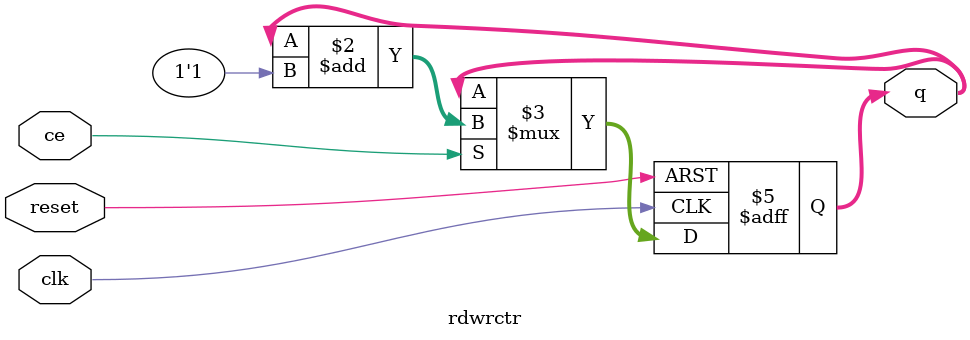
<source format=v>


module rambuffer(clk, cerd, cewr, wren, resetrd, resetwr, din, dout);
	input wire 		clk;
	input wire 		cerd;
	input wire 		cewr;
	input wire 		wren;
	input wire 		resetrd;
	input wire 		resetwr;
	input wire [7:0]        din;
	output reg [7:0]        dout;

reg [7:0] pixelram[1023:0];

wire [9:0] rdaddr;
wire [9:0] wraddr;

rdwrctr c1(clk, cerd, resetrd, rdaddr);
rdwrctr c2(clk, cewr, resetwr, wraddr);

always @(posedge clk)
begin
    if (wren)
        pixelram[wraddr] <= din;
    dout <= pixelram[rdaddr];
end

endmodule

module rdwrctr(clk, ce, reset, q);
input  clk;
input  ce;
input  reset;
output reg [9:0] q;

always @(posedge clk or posedge reset) 
begin
    if (reset)
        q <= 0;
    else if (ce)
        q <= q + 1'b1;
//    if (ce) 
//    begin
//        if (reset) 
//            q <= 0;
//        else
//            q <= q + 1'b1;
//    end
end

//lpm_counter ctr(.clock(clk), .clk_en(ce), .aclr(reset), .q(q));
//defparam ctr.LPM_WIDTH = 10,
//		 ctr.LPM_DIRECTION = "UP";

endmodule

// $Id$

</source>
